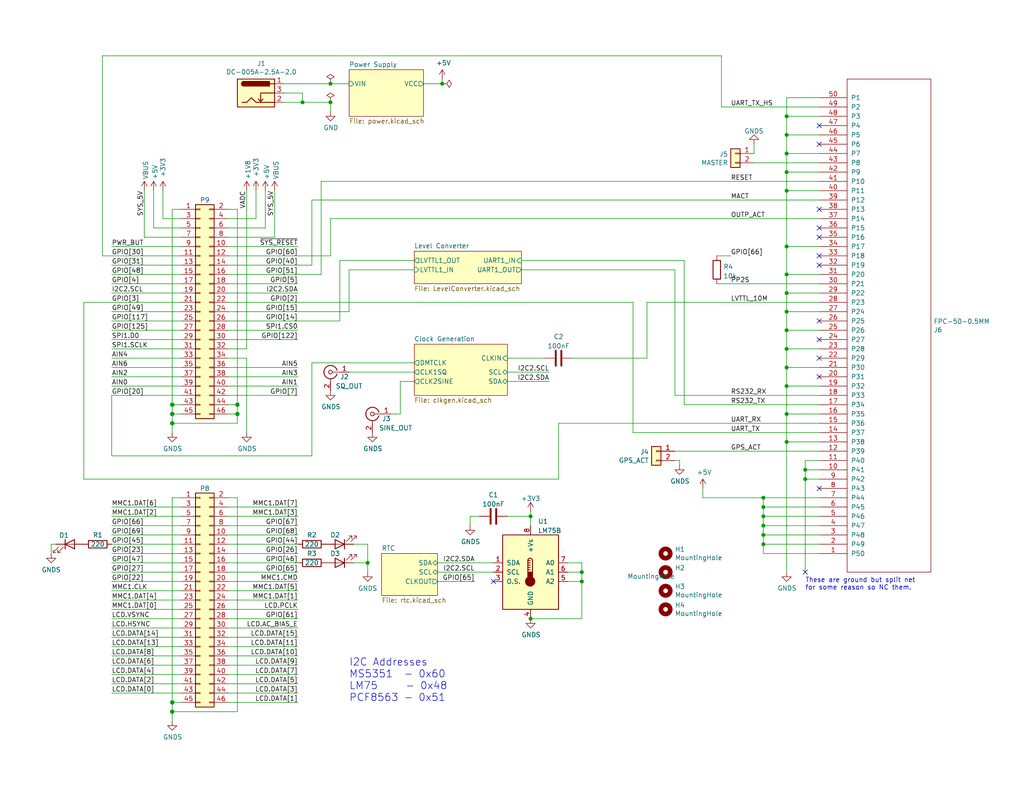
<source format=kicad_sch>
(kicad_sch (version 20211123) (generator eeschema)
  (paper "USLetter")
  (title_block (title "UCCM+BBB Carrier") (date "2022-10-07") (rev "1") (company "VE7XEN"))
  (lib_symbols
    (symbol "Connector:Barrel_Jack_Switch" (pin_names hide)
      (property "Reference" "J" (at 0 5.334 0))
      (property "Value" "Barrel_Jack_Switch" (at 0 -5.08 0))
      (symbol "Barrel_Jack_Switch_0_1"
        (rectangle (start -5.08 3.81) (end 5.08 -3.81) (stroke (width 0.254)) (fill (type background)))
        (arc (start -3.302 3.175) (mid -3.937 2.54) (end -3.302 1.905) (stroke (width 0.254)))
        (arc (start -3.302 3.175) (mid -3.937 2.54) (end -3.302 1.905) (stroke (width 0.254)) (fill (type outline)))
        (polyline (pts (xy 1.27 -2.286) (xy 1.905 -1.651)) (stroke (width 0.254)))
        (polyline (pts (xy 5.08 2.54) (xy 3.81 2.54)) (stroke (width 0.254)))
        (polyline (pts (xy 5.08 0) (xy 1.27 0) (xy 1.27 -2.286) (xy 0.635 -1.651)) (stroke (width 0.254)))
        (polyline (pts (xy -3.81 -2.54) (xy -2.54 -2.54) (xy -1.27 -1.27) (xy 0 -2.54) (xy 2.54 -2.54) (xy 5.08 -2.54)) (stroke (width 0.254)))
        (rectangle (start 3.683 3.175) (end -3.302 1.905) (stroke (width 0.254)) (fill (type outline)))
      )
      (symbol "Barrel_Jack_Switch_1_1"
        (pin passive line (at 7.62 2.54 180) (length 2.54) (name "~") (number "1"))
        (pin passive line (at 7.62 -2.54 180) (length 2.54) (name "~") (number "2"))
        (pin passive line (at 7.62 0 180) (length 2.54) (name "~") (number "3"))
      )
    )
    (symbol "Connector:Conn_Coaxial" (pin_names (offset 1.016) hide)
      (property "Reference" "J" (at 0.254 3.048 0))
      (property "Value" "Conn_Coaxial" (at 2.921 0 90))
      (symbol "Conn_Coaxial_0_1"
        (arc (start -1.778 -0.508) (mid 0.2311 -1.8066) (end 1.778 0) (stroke (width 0.254)))
        (polyline (pts (xy -2.54 0) (xy -0.508 0)))
        (polyline (pts (xy 0 -2.54) (xy 0 -1.778)))
        (circle (center 0 0) (radius 0.508) (stroke (width 0.2032)))
        (arc (start 1.778 0) (mid 0.2099 1.8101) (end -1.778 0.508) (stroke (width 0.254)))
      )
      (symbol "Conn_Coaxial_1_1"
        (pin passive line (at -5.08 0 0) (length 2.54) (name "In") (number "1"))
        (pin passive line (at 0 -5.08 90) (length 2.54) (name "Ext") (number "2"))
      )
    )
    (symbol "Connector_Generic:Conn_01x02" (pin_names (offset 1.016) hide)
      (property "Reference" "J" (at 0 2.54 0))
      (property "Value" "Conn_01x02" (at 0 -5.08 0))
      (symbol "Conn_01x02_1_1"
        (rectangle (start -1.27 -2.413) (end 0 -2.667) (stroke (width 0.1524)))
        (rectangle (start -1.27 0.127) (end 0 -0.127) (stroke (width 0.1524)))
        (rectangle (start -1.27 1.27) (end 1.27 -3.81) (stroke (width 0.254)) (fill (type background)))
        (pin passive line (at -5.08 0 0) (length 3.81) (name "Pin_1") (number "1"))
        (pin passive line (at -5.08 -2.54 0) (length 3.81) (name "Pin_2") (number "2"))
      )
    )
    (symbol "Connector_Generic:Conn_02x23_Odd_Even" (pin_names (offset 1.016) hide)
      (property "Reference" "J" (at 1.27 30.48 0))
      (property "Value" "Conn_02x23_Odd_Even" (at 1.27 -30.48 0))
      (symbol "Conn_02x23_Odd_Even_1_1"
        (rectangle (start -1.27 -27.813) (end 0 -28.067) (stroke (width 0.1524)))
        (rectangle (start -1.27 -25.273) (end 0 -25.527) (stroke (width 0.1524)))
        (rectangle (start -1.27 -22.733) (end 0 -22.987) (stroke (width 0.1524)))
        (rectangle (start -1.27 -20.193) (end 0 -20.447) (stroke (width 0.1524)))
        (rectangle (start -1.27 -17.653) (end 0 -17.907) (stroke (width 0.1524)))
        (rectangle (start -1.27 -15.113) (end 0 -15.367) (stroke (width 0.1524)))
        (rectangle (start -1.27 -12.573) (end 0 -12.827) (stroke (width 0.1524)))
        (rectangle (start -1.27 -10.033) (end 0 -10.287) (stroke (width 0.1524)))
        (rectangle (start -1.27 -7.493) (end 0 -7.747) (stroke (width 0.1524)))
        (rectangle (start -1.27 -4.953) (end 0 -5.207) (stroke (width 0.1524)))
        (rectangle (start -1.27 -2.413) (end 0 -2.667) (stroke (width 0.1524)))
        (rectangle (start -1.27 0.127) (end 0 -0.127) (stroke (width 0.1524)))
        (rectangle (start -1.27 2.667) (end 0 2.413) (stroke (width 0.1524)))
        (rectangle (start -1.27 5.207) (end 0 4.953) (stroke (width 0.1524)))
        (rectangle (start -1.27 7.747) (end 0 7.493) (stroke (width 0.1524)))
        (rectangle (start -1.27 10.287) (end 0 10.033) (stroke (width 0.1524)))
        (rectangle (start -1.27 12.827) (end 0 12.573) (stroke (width 0.1524)))
        (rectangle (start -1.27 15.367) (end 0 15.113) (stroke (width 0.1524)))
        (rectangle (start -1.27 17.907) (end 0 17.653) (stroke (width 0.1524)))
        (rectangle (start -1.27 20.447) (end 0 20.193) (stroke (width 0.1524)))
        (rectangle (start -1.27 22.987) (end 0 22.733) (stroke (width 0.1524)))
        (rectangle (start -1.27 25.527) (end 0 25.273) (stroke (width 0.1524)))
        (rectangle (start -1.27 28.067) (end 0 27.813) (stroke (width 0.1524)))
        (rectangle (start -1.27 29.21) (end 3.81 -29.21) (stroke (width 0.254)) (fill (type background)))
        (rectangle (start 3.81 -27.813) (end 2.54 -28.067) (stroke (width 0.1524)))
        (rectangle (start 3.81 -25.273) (end 2.54 -25.527) (stroke (width 0.1524)))
        (rectangle (start 3.81 -22.733) (end 2.54 -22.987) (stroke (width 0.1524)))
        (rectangle (start 3.81 -20.193) (end 2.54 -20.447) (stroke (width 0.1524)))
        (rectangle (start 3.81 -17.653) (end 2.54 -17.907) (stroke (width 0.1524)))
        (rectangle (start 3.81 -15.113) (end 2.54 -15.367) (stroke (width 0.1524)))
        (rectangle (start 3.81 -12.573) (end 2.54 -12.827) (stroke (width 0.1524)))
        (rectangle (start 3.81 -10.033) (end 2.54 -10.287) (stroke (width 0.1524)))
        (rectangle (start 3.81 -7.493) (end 2.54 -7.747) (stroke (width 0.1524)))
        (rectangle (start 3.81 -4.953) (end 2.54 -5.207) (stroke (width 0.1524)))
        (rectangle (start 3.81 -2.413) (end 2.54 -2.667) (stroke (width 0.1524)))
        (rectangle (start 3.81 0.127) (end 2.54 -0.127) (stroke (width 0.1524)))
        (rectangle (start 3.81 2.667) (end 2.54 2.413) (stroke (width 0.1524)))
        (rectangle (start 3.81 5.207) (end 2.54 4.953) (stroke (width 0.1524)))
        (rectangle (start 3.81 7.747) (end 2.54 7.493) (stroke (width 0.1524)))
        (rectangle (start 3.81 10.287) (end 2.54 10.033) (stroke (width 0.1524)))
        (rectangle (start 3.81 12.827) (end 2.54 12.573) (stroke (width 0.1524)))
        (rectangle (start 3.81 15.367) (end 2.54 15.113) (stroke (width 0.1524)))
        (rectangle (start 3.81 17.907) (end 2.54 17.653) (stroke (width 0.1524)))
        (rectangle (start 3.81 20.447) (end 2.54 20.193) (stroke (width 0.1524)))
        (rectangle (start 3.81 22.987) (end 2.54 22.733) (stroke (width 0.1524)))
        (rectangle (start 3.81 25.527) (end 2.54 25.273) (stroke (width 0.1524)))
        (rectangle (start 3.81 28.067) (end 2.54 27.813) (stroke (width 0.1524)))
        (pin passive line (at -5.08 27.94 0) (length 3.81) (name "Pin_1") (number "1"))
        (pin passive line (at 7.62 17.78 180) (length 3.81) (name "Pin_10") (number "10"))
        (pin passive line (at -5.08 15.24 0) (length 3.81) (name "Pin_11") (number "11"))
        (pin passive line (at 7.62 15.24 180) (length 3.81) (name "Pin_12") (number "12"))
        (pin passive line (at -5.08 12.7 0) (length 3.81) (name "Pin_13") (number "13"))
        (pin passive line (at 7.62 12.7 180) (length 3.81) (name "Pin_14") (number "14"))
        (pin passive line (at -5.08 10.16 0) (length 3.81) (name "Pin_15") (number "15"))
        (pin passive line (at 7.62 10.16 180) (length 3.81) (name "Pin_16") (number "16"))
        (pin passive line (at -5.08 7.62 0) (length 3.81) (name "Pin_17") (number "17"))
        (pin passive line (at 7.62 7.62 180) (length 3.81) (name "Pin_18") (number "18"))
        (pin passive line (at -5.08 5.08 0) (length 3.81) (name "Pin_19") (number "19"))
        (pin passive line (at 7.62 27.94 180) (length 3.81) (name "Pin_2") (number "2"))
        (pin passive line (at 7.62 5.08 180) (length 3.81) (name "Pin_20") (number "20"))
        (pin passive line (at -5.08 2.54 0) (length 3.81) (name "Pin_21") (number "21"))
        (pin passive line (at 7.62 2.54 180) (length 3.81) (name "Pin_22") (number "22"))
        (pin passive line (at -5.08 0 0) (length 3.81) (name "Pin_23") (number "23"))
        (pin passive line (at 7.62 0 180) (length 3.81) (name "Pin_24") (number "24"))
        (pin passive line (at -5.08 -2.54 0) (length 3.81) (name "Pin_25") (number "25"))
        (pin passive line (at 7.62 -2.54 180) (length 3.81) (name "Pin_26") (number "26"))
        (pin passive line (at -5.08 -5.08 0) (length 3.81) (name "Pin_27") (number "27"))
        (pin passive line (at 7.62 -5.08 180) (length 3.81) (name "Pin_28") (number "28"))
        (pin passive line (at -5.08 -7.62 0) (length 3.81) (name "Pin_29") (number "29"))
        (pin passive line (at -5.08 25.4 0) (length 3.81) (name "Pin_3") (number "3"))
        (pin passive line (at 7.62 -7.62 180) (length 3.81) (name "Pin_30") (number "30"))
        (pin passive line (at -5.08 -10.16 0) (length 3.81) (name "Pin_31") (number "31"))
        (pin passive line (at 7.62 -10.16 180) (length 3.81) (name "Pin_32") (number "32"))
        (pin passive line (at -5.08 -12.7 0) (length 3.81) (name "Pin_33") (number "33"))
        (pin passive line (at 7.62 -12.7 180) (length 3.81) (name "Pin_34") (number "34"))
        (pin passive line (at -5.08 -15.24 0) (length 3.81) (name "Pin_35") (number "35"))
        (pin passive line (at 7.62 -15.24 180) (length 3.81) (name "Pin_36") (number "36"))
        (pin passive line (at -5.08 -17.78 0) (length 3.81) (name "Pin_37") (number "37"))
        (pin passive line (at 7.62 -17.78 180) (length 3.81) (name "Pin_38") (number "38"))
        (pin passive line (at -5.08 -20.32 0) (length 3.81) (name "Pin_39") (number "39"))
        (pin passive line (at 7.62 25.4 180) (length 3.81) (name "Pin_4") (number "4"))
        (pin passive line (at 7.62 -20.32 180) (length 3.81) (name "Pin_40") (number "40"))
        (pin passive line (at -5.08 -22.86 0) (length 3.81) (name "Pin_41") (number "41"))
        (pin passive line (at 7.62 -22.86 180) (length 3.81) (name "Pin_42") (number "42"))
        (pin passive line (at -5.08 -25.4 0) (length 3.81) (name "Pin_43") (number "43"))
        (pin passive line (at 7.62 -25.4 180) (length 3.81) (name "Pin_44") (number "44"))
        (pin passive line (at -5.08 -27.94 0) (length 3.81) (name "Pin_45") (number "45"))
        (pin passive line (at 7.62 -27.94 180) (length 3.81) (name "Pin_46") (number "46"))
        (pin passive line (at -5.08 22.86 0) (length 3.81) (name "Pin_5") (number "5"))
        (pin passive line (at 7.62 22.86 180) (length 3.81) (name "Pin_6") (number "6"))
        (pin passive line (at -5.08 20.32 0) (length 3.81) (name "Pin_7") (number "7"))
        (pin passive line (at 7.62 20.32 180) (length 3.81) (name "Pin_8") (number "8"))
        (pin passive line (at -5.08 17.78 0) (length 3.81) (name "Pin_9") (number "9"))
      )
    )
    (symbol "Device:C" (pin_numbers hide) (pin_names (offset 0.254))
      (property "Reference" "C" (at 0.635 2.54 0))
      (property "Value" "C" (at 0.635 -2.54 0))
      (symbol "C_0_1"
        (polyline (pts (xy -2.032 -0.762) (xy 2.032 -0.762)) (stroke (width 0.508)))
        (polyline (pts (xy -2.032 0.762) (xy 2.032 0.762)) (stroke (width 0.508)))
      )
      (symbol "C_1_1"
        (pin passive line (at 0 3.81 270) (length 2.794) (name "~") (number "1"))
        (pin passive line (at 0 -3.81 90) (length 2.794) (name "~") (number "2"))
      )
    )
    (symbol "Device:LED" (pin_numbers hide) (pin_names (offset 1.016) hide)
      (property "Reference" "D" (at 0 2.54 0))
      (property "Value" "LED" (at 0 -2.54 0))
      (symbol "LED_0_1"
        (polyline (pts (xy -1.27 -1.27) (xy -1.27 1.27)) (stroke (width 0.254)))
        (polyline (pts (xy -1.27 0) (xy 1.27 0)))
        (polyline (pts (xy 1.27 -1.27) (xy 1.27 1.27) (xy -1.27 0) (xy 1.27 -1.27)) (stroke (width 0.254)))
        (polyline (pts (xy -3.048 -0.762) (xy -4.572 -2.286) (xy -3.81 -2.286) (xy -4.572 -2.286) (xy -4.572 -1.524)))
        (polyline (pts (xy -1.778 -0.762) (xy -3.302 -2.286) (xy -2.54 -2.286) (xy -3.302 -2.286) (xy -3.302 -1.524)))
      )
      (symbol "LED_1_1"
        (pin passive line (at -3.81 0 0) (length 2.54) (name "K") (number "1"))
        (pin passive line (at 3.81 0 180) (length 2.54) (name "A") (number "2"))
      )
    )
    (symbol "Device:R" (pin_numbers hide) (pin_names (offset 0))
      (property "Reference" "R" (at 2.032 0 90))
      (property "Value" "R" (at 0 0 90))
      (symbol "R_0_1"
        (rectangle (start -1.016 -2.54) (end 1.016 2.54) (stroke (width 0.254)))
      )
      (symbol "R_1_1"
        (pin passive line (at 0 3.81 270) (length 1.27) (name "~") (number "1"))
        (pin passive line (at 0 -3.81 90) (length 1.27) (name "~") (number "2"))
      )
    )
    (symbol "FPC-50-0.5MM:FPC-50-0.5MM" (pin_names (offset 1.016))
      (property "Reference" "J" (at 0 -2.54 0))
      (property "Value" "FPC-50-0.5MM" (at 0 2.54 0))
      (symbol "FPC-50-0.5MM_1_0"
        (rectangle (start -11.43 -67.31) (end 11.43 67.31))
      )
      (symbol "FPC-50-0.5MM_1_1"
        (pin passive line (at -19.05 62.23 0) (length 7.62) (name "P50") (number "1"))
        (pin passive line (at -19.05 39.37 0) (length 7.62) (name "P41") (number "10"))
        (pin passive line (at -19.05 36.83 0) (length 7.62) (name "P40") (number "11"))
        (pin passive line (at -19.05 34.29 0) (length 7.62) (name "P39") (number "12"))
        (pin passive line (at -19.05 31.75 0) (length 7.62) (name "P38") (number "13"))
        (pin passive line (at -19.05 29.21 0) (length 7.62) (name "P37") (number "14"))
        (pin passive line (at -19.05 26.67 0) (length 7.62) (name "P36") (number "15"))
        (pin passive line (at -19.05 24.13 0) (length 7.62) (name "P35") (number "16"))
        (pin passive line (at -19.05 21.59 0) (length 7.62) (name "P34") (number "17"))
        (pin passive line (at -19.05 19.05 0) (length 7.62) (name "P33") (number "18"))
        (pin passive line (at -19.05 16.51 0) (length 7.62) (name "P32") (number "19"))
        (pin passive line (at -19.05 59.69 0) (length 7.62) (name "P49") (number "2"))
        (pin passive line (at -19.05 13.97 0) (length 7.62) (name "P31") (number "20"))
        (pin passive line (at -19.05 11.43 0) (length 7.62) (name "P30") (number "21"))
        (pin passive line (at -19.05 8.89 0) (length 7.62) (name "P29") (number "22"))
        (pin passive line (at -19.05 6.35 0) (length 7.62) (name "P28") (number "23"))
        (pin passive line (at -19.05 3.81 0) (length 7.62) (name "P27") (number "24"))
        (pin passive line (at -19.05 1.27 0) (length 7.62) (name "P26") (number "25"))
        (pin passive line (at -19.05 -1.27 0) (length 7.62) (name "P25") (number "26"))
        (pin passive line (at -19.05 -3.81 0) (length 7.62) (name "P24") (number "27"))
        (pin passive line (at -19.05 -6.35 0) (length 7.62) (name "P23") (number "28"))
        (pin passive line (at -19.05 -8.89 0) (length 7.62) (name "P22") (number "29"))
        (pin passive line (at -19.05 57.15 0) (length 7.62) (name "P48") (number "3"))
        (pin passive line (at -19.05 -11.43 0) (length 7.62) (name "P21") (number "30"))
        (pin passive line (at -19.05 -13.97 0) (length 7.62) (name "P20") (number "31"))
        (pin passive line (at -19.05 -16.51 0) (length 7.62) (name "P19") (number "32"))
        (pin passive line (at -19.05 -19.05 0) (length 7.62) (name "P18") (number "33"))
        (pin passive line (at -19.05 -21.59 0) (length 7.62) (name "P17") (number "34"))
        (pin passive line (at -19.05 -24.13 0) (length 7.62) (name "P16") (number "35"))
        (pin passive line (at -19.05 -26.67 0) (length 7.62) (name "P15") (number "36"))
        (pin passive line (at -19.05 -29.21 0) (length 7.62) (name "P14") (number "37"))
        (pin passive line (at -19.05 -31.75 0) (length 7.62) (name "P13") (number "38"))
        (pin passive line (at -19.05 -34.29 0) (length 7.62) (name "P12") (number "39"))
        (pin passive line (at -19.05 54.61 0) (length 7.62) (name "P47") (number "4"))
        (pin passive line (at -19.05 -36.83 0) (length 7.62) (name "P11") (number "40"))
        (pin passive line (at -19.05 -39.37 0) (length 7.62) (name "P10") (number "41"))
        (pin passive line (at -19.05 -41.91 0) (length 7.62) (name "P9") (number "42"))
        (pin passive line (at -19.05 -44.45 0) (length 7.62) (name "P8") (number "43"))
        (pin passive line (at -19.05 -46.99 0) (length 7.62) (name "P7") (number "44"))
        (pin passive line (at -19.05 -49.53 0) (length 7.62) (name "P6") (number "45"))
        (pin passive line (at -19.05 -52.07 0) (length 7.62) (name "P5") (number "46"))
        (pin passive line (at -19.05 -54.61 0) (length 7.62) (name "P4") (number "47"))
        (pin passive line (at -19.05 -57.15 0) (length 7.62) (name "P3") (number "48"))
        (pin passive line (at -19.05 -59.69 0) (length 7.62) (name "P2") (number "49"))
        (pin passive line (at -19.05 52.07 0) (length 7.62) (name "P46") (number "5"))
        (pin passive line (at -19.05 -62.23 0) (length 7.62) (name "P1") (number "50"))
        (pin passive line (at -19.05 49.53 0) (length 7.62) (name "P45") (number "6"))
        (pin passive line (at -19.05 46.99 0) (length 7.62) (name "P44") (number "7"))
        (pin passive line (at -19.05 44.45 0) (length 7.62) (name "P43") (number "8"))
        (pin passive line (at -19.05 41.91 0) (length 7.62) (name "P42") (number "9"))
      )
    )
    (symbol "Mechanical:MountingHole" (pin_names (offset 1.016))
      (property "Reference" "H" (at 0 5.08 0))
      (property "Value" "MountingHole" (at 0 3.175 0))
      (symbol "MountingHole_0_1"
        (circle (center 0 0) (radius 1.27) (stroke (width 1.27)))
      )
    )
    (symbol "Sensor_Temperature:LM75B" (pin_names (offset 1.016))
      (property "Reference" "U" (at -6.35 11.43 0))
      (property "Value" "LM75B" (at 0 11.43 0))
      (symbol "LM75B_0_1"
        (rectangle (start -7.62 10.16) (end 7.62 -10.16) (stroke (width 0.254)) (fill (type background)))
        (circle (center -0.127 -2.54) (radius 1.27) (stroke (width 0.254)) (fill (type outline)))
        (polyline (pts (xy -0.762 0.635) (xy -0.127 0.635)) (stroke (width 0.254)))
        (polyline (pts (xy -0.762 1.27) (xy -0.127 1.27)) (stroke (width 0.254)))
        (polyline (pts (xy -0.762 1.905) (xy -0.127 1.905)) (stroke (width 0.254)))
        (polyline (pts (xy -0.762 2.54) (xy -0.127 2.54)) (stroke (width 0.254)))
        (polyline (pts (xy -0.762 3.175) (xy -0.762 0)) (stroke (width 0.254)))
        (polyline (pts (xy -0.762 3.175) (xy -0.127 3.175)) (stroke (width 0.254)))
        (polyline (pts (xy 0.508 3.175) (xy 0.508 0)) (stroke (width 0.254)))
        (rectangle (start 0.508 -1.905) (end -0.762 0) (stroke (width 0.254)) (fill (type outline)))
        (arc (start 0.508 3.175) (mid -0.127 3.81) (end -0.762 3.175) (stroke (width 0.254)))
      )
      (symbol "LM75B_1_1"
        (pin bidirectional line (at -10.16 2.54 0) (length 2.54) (name "SDA") (number "1"))
        (pin input line (at -10.16 0 0) (length 2.54) (name "SCL") (number "2"))
        (pin open_collector line (at -10.16 -2.54 0) (length 2.54) (name "O.S.") (number "3"))
        (pin power_in line (at 0 -12.7 90) (length 2.54) (name "GND") (number "4"))
        (pin input line (at 10.16 -2.54 180) (length 2.54) (name "A2") (number "5"))
        (pin input line (at 10.16 0 180) (length 2.54) (name "A1") (number "6"))
        (pin input line (at 10.16 2.54 180) (length 2.54) (name "A0") (number "7"))
        (pin power_in line (at 0 12.7 270) (length 2.54) (name "+Vs") (number "8"))
      )
    )
    (symbol "power:+1V8" (power) (pin_names (offset 0))
      (property "Value" "+1V8" (at 0 3.556 0))
      (symbol "+1V8_0_1"
        (polyline (pts (xy -0.762 1.27) (xy 0 2.54)))
        (polyline (pts (xy 0 0) (xy 0 2.54)))
        (polyline (pts (xy 0 2.54) (xy 0.762 1.27)))
      )
      (symbol "+1V8_1_1"
        (pin power_in line (at 0 0 90) (length 0) hide (name "+1V8") (number "1"))
      )
    )
    (symbol "power:+3V3" (power) (pin_names (offset 0))
      (property "Value" "+3V3" (at 0 3.556 0))
      (symbol "+3V3_0_1"
        (polyline (pts (xy -0.762 1.27) (xy 0 2.54)))
        (polyline (pts (xy 0 0) (xy 0 2.54)))
        (polyline (pts (xy 0 2.54) (xy 0.762 1.27)))
      )
      (symbol "+3V3_1_1"
        (pin power_in line (at 0 0 90) (length 0) hide (name "+3V3") (number "1"))
      )
    )
    (symbol "power:+5V" (power) (pin_names (offset 0))
      (property "Value" "+5V" (at 0 3.556 0))
      (symbol "+5V_0_1"
        (polyline (pts (xy -0.762 1.27) (xy 0 2.54)))
        (polyline (pts (xy 0 0) (xy 0 2.54)))
        (polyline (pts (xy 0 2.54) (xy 0.762 1.27)))
      )
      (symbol "+5V_1_1"
        (pin power_in line (at 0 0 90) (length 0) hide (name "+5V") (number "1"))
      )
    )
    (symbol "power:GND" (power) (pin_names (offset 0))
      (property "Value" "GND" (at 0 -3.81 0))
      (symbol "GND_0_1"
        (polyline (pts (xy 0 0) (xy 0 -1.27) (xy 1.27 -1.27) (xy 0 -2.54) (xy -1.27 -1.27) (xy 0 -1.27)))
      )
      (symbol "GND_1_1"
        (pin power_in line (at 0 0 270) (length 0) hide (name "GND") (number "1"))
      )
    )
    (symbol "power:GNDS" (power) (pin_names (offset 0))
      (property "Value" "GNDS" (at 0 -3.81 0))
      (symbol "GNDS_0_1"
        (polyline (pts (xy 0 0) (xy 0 -1.27) (xy 1.27 -1.27) (xy 0 -2.54) (xy -1.27 -1.27) (xy 0 -1.27)))
      )
      (symbol "GNDS_1_1"
        (pin power_in line (at 0 0 270) (length 0) hide (name "GNDS") (number "1"))
      )
    )
    (symbol "power:PWR_FLAG" (power) (pin_numbers hide) (pin_names (offset 0) hide)
      (property "Value" "PWR_FLAG" (at 0 3.81 0))
      (symbol "PWR_FLAG_0_0"
        (pin power_out line (at 0 0 90) (length 0) (name "pwr") (number "1"))
      )
      (symbol "PWR_FLAG_0_1"
        (polyline (pts (xy 0 0) (xy 0 1.27) (xy -1.016 1.905) (xy 0 2.54) (xy 1.016 1.905) (xy 0 1.27)))
      )
    )
    (symbol "power:VBUS" (power) (pin_names (offset 0))
      (property "Value" "VBUS" (at 0 3.81 0))
      (symbol "VBUS_0_1"
        (polyline (pts (xy -0.762 1.27) (xy 0 2.54)))
        (polyline (pts (xy 0 0) (xy 0 2.54)))
        (polyline (pts (xy 0 2.54) (xy 0.762 1.27)))
      )
      (symbol "VBUS_1_1"
        (pin power_in line (at 0 0 90) (length 0) hide (name "VBUS") (number "1"))
      )
    )
  )
  (junction (at 46.99 110.49) (diameter 1.016))
  (junction (at 90.17 22.86))
  (junction (at 208.28 140.97))
  (junction (at 144.78 140.97))
  (junction (at 214.63 120.65))
  (junction (at 214.63 105.41))
  (junction (at 214.63 95.25))
  (junction (at 158.75 156.21))
  (junction (at 46.99 191.77) (diameter 1.016))
  (junction (at 64.77 113.03) (diameter 1.016))
  (junction (at 214.63 67.31))
  (junction (at 46.99 115.57) (diameter 1.016))
  (junction (at 214.63 41.91))
  (junction (at 214.63 85.09))
  (junction (at 214.63 90.17))
  (junction (at 208.28 148.59))
  (junction (at 158.75 158.75))
  (junction (at 219.71 130.81))
  (junction (at 208.28 138.43))
  (junction (at 46.99 113.03) (diameter 1.016))
  (junction (at 208.28 135.89))
  (junction (at 214.63 36.83))
  (junction (at 214.63 46.99))
  (junction (at 46.99 194.31) (diameter 1.016))
  (junction (at 64.77 110.49) (diameter 1.016))
  (junction (at 208.28 143.51))
  (junction (at 90.17 27.94))
  (junction (at 214.63 80.01))
  (junction (at 219.71 128.27))
  (junction (at 214.63 31.75))
  (junction (at 82.55 27.94))
  (junction (at 214.63 74.93))
  (junction (at 214.63 100.33))
  (junction (at 144.78 168.91))
  (junction (at 100.33 153.67))
  (junction (at 214.63 52.07))
  (junction (at 214.63 113.03))
  (junction (at 120.65 22.86))
  (junction (at 208.28 146.05))
  (no_connect (at 219.71 156.21))
  (no_connect (at 223.52 64.77))
  (no_connect (at 223.52 57.15))
  (no_connect (at 223.52 72.39))
  (no_connect (at 134.62 158.75))
  (no_connect (at 223.52 69.85))
  (no_connect (at 223.52 34.29))
  (no_connect (at 223.52 62.23))
  (no_connect (at 223.52 92.71))
  (no_connect (at 223.52 133.35))
  (no_connect (at 223.52 97.79))
  (no_connect (at 223.52 87.63))
  (no_connect (at 223.52 39.37))
  (no_connect (at 223.52 102.87))
  (wire (pts (xy 62.23 110.49) (xy 64.77 110.49)))
  (wire (pts (xy 152.4 115.57) (xy 223.52 115.57)))
  (wire (pts (xy 119.38 153.67) (xy 134.62 153.67)))
  (wire (pts (xy 49.53 59.69) (xy 44.45 59.69)))
  (wire (pts (xy 214.63 26.67) (xy 214.63 31.75)))
  (wire (pts (xy 195.58 69.85) (xy 199.39 69.85)))
  (wire (pts (xy 49.53 57.15) (xy 46.99 57.15)))
  (wire (pts (xy 30.48 138.43) (xy 49.53 138.43)))
  (wire (pts (xy 223.52 31.75) (xy 214.63 31.75)))
  (wire (pts (xy 154.94 153.67) (xy 158.75 153.67)))
  (wire (pts (xy 219.71 130.81) (xy 219.71 156.21)))
  (wire (pts (xy 214.63 100.33) (xy 214.63 105.41)))
  (wire (pts (xy 41.91 62.23) (xy 41.91 52.07)))
  (wire (pts (xy 196.85 29.21) (xy 223.52 29.21)))
  (wire (pts (xy 30.48 166.37) (xy 49.53 166.37)))
  (wire (pts (xy 30.48 161.29) (xy 49.53 161.29)))
  (wire (pts (xy 214.63 90.17) (xy 214.63 95.25)))
  (wire (pts (xy 154.94 156.21) (xy 158.75 156.21)))
  (wire (pts (xy 30.48 143.51) (xy 49.53 143.51)))
  (wire (pts (xy 62.23 72.39) (xy 85.09 72.39)))
  (wire (pts (xy 95.25 73.66) (xy 113.03 73.66)))
  (wire (pts (xy 223.52 52.07) (xy 214.63 52.07)))
  (wire (pts (xy 44.45 59.69) (xy 44.45 52.07)))
  (wire (pts (xy 30.48 87.63) (xy 49.53 87.63)))
  (wire (pts (xy 30.48 168.91) (xy 49.53 168.91)))
  (wire (pts (xy 62.23 105.41) (xy 81.28 105.41)))
  (wire (pts (xy 30.48 97.79) (xy 49.53 97.79)))
  (wire (pts (xy 214.63 31.75) (xy 214.63 36.83)))
  (wire (pts (xy 138.43 140.97) (xy 144.78 140.97)))
  (wire (pts (xy 158.75 158.75) (xy 158.75 168.91)))
  (wire (pts (xy 223.52 135.89) (xy 208.28 135.89)))
  (wire (pts (xy 208.28 135.89) (xy 208.28 138.43)))
  (wire (pts (xy 184.15 125.73) (xy 185.42 125.73)))
  (wire (pts (xy 62.23 143.51) (xy 81.28 143.51)))
  (wire (pts (xy 30.48 146.05) (xy 49.53 146.05)))
  (wire (pts (xy 138.43 104.14) (xy 149.86 104.14)))
  (wire (pts (xy 214.63 74.93) (xy 214.63 80.01)))
  (wire (pts (xy 30.48 107.95) (xy 49.53 107.95)))
  (wire (pts (xy 62.23 163.83) (xy 81.28 163.83)))
  (wire (pts (xy 30.48 181.61) (xy 49.53 181.61)))
  (wire (pts (xy 30.48 153.67) (xy 49.53 153.67)))
  (wire (pts (xy 30.48 67.31) (xy 49.53 67.31)))
  (wire (pts (xy 219.71 125.73) (xy 219.71 128.27)))
  (wire (pts (xy 176.53 97.79) (xy 176.53 82.55)))
  (wire (pts (xy 186.69 71.12) (xy 186.69 110.49)))
  (wire (pts (xy 27.94 69.85) (xy 49.53 69.85)))
  (wire (pts (xy 205.74 39.37) (xy 205.74 41.91)))
  (wire (pts (xy 49.53 191.77) (xy 46.99 191.77)))
  (wire (pts (xy 62.23 67.31) (xy 81.28 67.31)))
  (wire (pts (xy 156.21 97.79) (xy 176.53 97.79)))
  (wire (pts (xy 158.75 153.67) (xy 158.75 156.21)))
  (wire (pts (xy 62.23 87.63) (xy 92.71 87.63)))
  (wire (pts (xy 30.48 72.39) (xy 49.53 72.39)))
  (wire (pts (xy 62.23 77.47) (xy 81.28 77.47)))
  (wire (pts (xy 87.63 49.53) (xy 223.52 49.53)))
  (wire (pts (xy 64.77 57.15) (xy 64.77 110.49)))
  (wire (pts (xy 214.63 120.65) (xy 214.63 156.21)))
  (wire (pts (xy 62.23 140.97) (xy 81.28 140.97)))
  (wire (pts (xy 109.22 104.14) (xy 113.03 104.14)))
  (wire (pts (xy 119.38 156.21) (xy 134.62 156.21)))
  (wire (pts (xy 223.52 74.93) (xy 214.63 74.93)))
  (wire (pts (xy 30.48 92.71) (xy 49.53 92.71)))
  (wire (pts (xy 30.48 95.25) (xy 49.53 95.25)))
  (wire (pts (xy 128.27 140.97) (xy 130.81 140.97)))
  (wire (pts (xy 208.28 146.05) (xy 223.52 146.05)))
  (wire (pts (xy 214.63 67.31) (xy 214.63 74.93)))
  (wire (pts (xy 95.25 101.6) (xy 113.03 101.6)))
  (wire (pts (xy 205.74 44.45) (xy 223.52 44.45)))
  (wire (pts (xy 223.52 36.83) (xy 214.63 36.83)))
  (wire (pts (xy 223.52 26.67) (xy 214.63 26.67)))
  (wire (pts (xy 158.75 156.21) (xy 158.75 158.75)))
  (wire (pts (xy 214.63 113.03) (xy 214.63 120.65)))
  (wire (pts (xy 223.52 46.99) (xy 214.63 46.99)))
  (wire (pts (xy 30.48 189.23) (xy 49.53 189.23)))
  (wire (pts (xy 62.23 158.75) (xy 81.28 158.75)))
  (wire (pts (xy 62.23 184.15) (xy 81.28 184.15)))
  (wire (pts (xy 46.99 194.31) (xy 46.99 196.85)))
  (wire (pts (xy 62.23 153.67) (xy 81.28 153.67)))
  (wire (pts (xy 223.52 120.65) (xy 214.63 120.65)))
  (wire (pts (xy 208.28 138.43) (xy 208.28 140.97)))
  (wire (pts (xy 219.71 128.27) (xy 219.71 130.81)))
  (wire (pts (xy 62.23 156.21) (xy 81.28 156.21)))
  (wire (pts (xy 62.23 166.37) (xy 81.28 166.37)))
  (wire (pts (xy 62.23 69.85) (xy 90.17 69.85)))
  (wire (pts (xy 85.09 54.61) (xy 223.52 54.61)))
  (wire (pts (xy 30.48 158.75) (xy 49.53 158.75)))
  (wire (pts (xy 90.17 27.94) (xy 90.17 30.48)))
  (wire (pts (xy 109.22 113.03) (xy 109.22 104.14)))
  (wire (pts (xy 30.48 74.93) (xy 49.53 74.93)))
  (wire (pts (xy 30.48 156.21) (xy 49.53 156.21)))
  (wire (pts (xy 208.28 151.13) (xy 223.52 151.13)))
  (wire (pts (xy 172.72 118.11) (xy 223.52 118.11)))
  (wire (pts (xy 67.31 52.07) (xy 67.31 95.25)))
  (wire (pts (xy 95.25 22.86) (xy 90.17 22.86)))
  (wire (pts (xy 39.37 64.77) (xy 39.37 52.07)))
  (wire (pts (xy 208.28 146.05) (xy 208.28 148.59)))
  (wire (pts (xy 27.94 69.85) (xy 27.94 15.24)))
  (wire (pts (xy 30.48 107.95) (xy 30.48 124.46)))
  (wire (pts (xy 30.48 186.69) (xy 49.53 186.69)))
  (wire (pts (xy 115.57 22.86) (xy 120.65 22.86)))
  (wire (pts (xy 46.99 115.57) (xy 46.99 113.03)))
  (wire (pts (xy 82.55 25.4) (xy 82.55 27.94)))
  (wire (pts (xy 95.25 73.66) (xy 95.25 85.09)))
  (wire (pts (xy 96.52 148.59) (xy 100.33 148.59)))
  (wire (pts (xy 77.47 25.4) (xy 82.55 25.4)))
  (wire (pts (xy 30.48 171.45) (xy 49.53 171.45)))
  (wire (pts (xy 15.24 148.59) (xy 13.97 148.59)))
  (wire (pts (xy 214.63 52.07) (xy 214.63 67.31)))
  (wire (pts (xy 184.15 107.95) (xy 223.52 107.95)))
  (wire (pts (xy 186.69 110.49) (xy 223.52 110.49)))
  (wire (pts (xy 62.23 181.61) (xy 81.28 181.61)))
  (wire (pts (xy 46.99 57.15) (xy 46.99 110.49)))
  (wire (pts (xy 46.99 118.11) (xy 46.99 115.57)))
  (wire (pts (xy 90.17 69.85) (xy 90.17 59.69)))
  (wire (pts (xy 62.23 100.33) (xy 81.28 100.33)))
  (wire (pts (xy 62.23 176.53) (xy 81.28 176.53)))
  (wire (pts (xy 96.52 153.67) (xy 100.33 153.67)))
  (wire (pts (xy 90.17 22.86) (xy 77.47 22.86)))
  (wire (pts (xy 62.23 102.87) (xy 81.28 102.87)))
  (wire (pts (xy 120.65 21.59) (xy 120.65 22.86)))
  (wire (pts (xy 30.48 151.13) (xy 49.53 151.13)))
  (wire (pts (xy 30.48 184.15) (xy 49.53 184.15)))
  (wire (pts (xy 62.23 171.45) (xy 81.28 171.45)))
  (wire (pts (xy 223.52 85.09) (xy 214.63 85.09)))
  (wire (pts (xy 64.77 110.49) (xy 64.77 113.03)))
  (wire (pts (xy 62.23 173.99) (xy 81.28 173.99)))
  (wire (pts (xy 214.63 36.83) (xy 214.63 41.91)))
  (wire (pts (xy 208.28 143.51) (xy 223.52 143.51)))
  (wire (pts (xy 62.23 113.03) (xy 64.77 113.03)))
  (wire (pts (xy 214.63 85.09) (xy 214.63 90.17)))
  (wire (pts (xy 92.71 71.12) (xy 92.71 87.63)))
  (wire (pts (xy 22.86 82.55) (xy 49.53 82.55)))
  (wire (pts (xy 22.86 82.55) (xy 22.86 130.81)))
  (wire (pts (xy 62.23 80.01) (xy 81.28 80.01)))
  (wire (pts (xy 30.48 173.99) (xy 49.53 173.99)))
  (wire (pts (xy 62.23 191.77) (xy 81.28 191.77)))
  (wire (pts (xy 62.23 146.05) (xy 81.28 146.05)))
  (wire (pts (xy 62.23 189.23) (xy 81.28 189.23)))
  (wire (pts (xy 49.53 62.23) (xy 41.91 62.23)))
  (wire (pts (xy 223.52 125.73) (xy 219.71 125.73)))
  (wire (pts (xy 74.93 52.07) (xy 74.93 64.77)))
  (wire (pts (xy 184.15 123.19) (xy 223.52 123.19)))
  (wire (pts (xy 195.58 77.47) (xy 223.52 77.47)))
  (wire (pts (xy 62.23 138.43) (xy 81.28 138.43)))
  (wire (pts (xy 62.23 186.69) (xy 81.28 186.69)))
  (wire (pts (xy 62.23 135.89) (xy 64.77 135.89)))
  (wire (pts (xy 49.53 64.77) (xy 39.37 64.77)))
  (wire (pts (xy 46.99 113.03) (xy 46.99 110.49)))
  (wire (pts (xy 85.09 72.39) (xy 85.09 54.61)))
  (wire (pts (xy 30.48 80.01) (xy 49.53 80.01)))
  (wire (pts (xy 85.09 124.46) (xy 85.09 99.06)))
  (wire (pts (xy 191.77 135.89) (xy 208.28 135.89)))
  (wire (pts (xy 62.23 82.55) (xy 172.72 82.55)))
  (wire (pts (xy 46.99 115.57) (xy 64.77 115.57)))
  (wire (pts (xy 214.63 105.41) (xy 214.63 113.03)))
  (wire (pts (xy 208.28 148.59) (xy 223.52 148.59)))
  (wire (pts (xy 62.23 92.71) (xy 81.28 92.71)))
  (wire (pts (xy 62.23 161.29) (xy 81.28 161.29)))
  (wire (pts (xy 90.17 59.69) (xy 223.52 59.69)))
  (wire (pts (xy 64.77 113.03) (xy 64.77 115.57)))
  (wire (pts (xy 138.43 97.79) (xy 148.59 97.79)))
  (wire (pts (xy 62.23 57.15) (xy 64.77 57.15)))
  (wire (pts (xy 208.28 140.97) (xy 208.28 143.51)))
  (wire (pts (xy 142.24 73.66) (xy 184.15 73.66)))
  (wire (pts (xy 100.33 153.67) (xy 100.33 156.21)))
  (wire (pts (xy 138.43 101.6) (xy 149.86 101.6)))
  (wire (pts (xy 223.52 105.41) (xy 214.63 105.41)))
  (wire (pts (xy 46.99 110.49) (xy 49.53 110.49)))
  (wire (pts (xy 30.48 77.47) (xy 49.53 77.47)))
  (wire (pts (xy 176.53 82.55) (xy 223.52 82.55)))
  (wire (pts (xy 62.23 168.91) (xy 81.28 168.91)))
  (wire (pts (xy 30.48 179.07) (xy 49.53 179.07)))
  (wire (pts (xy 223.52 80.01) (xy 214.63 80.01)))
  (wire (pts (xy 85.09 99.06) (xy 113.03 99.06)))
  (wire (pts (xy 158.75 168.91) (xy 144.78 168.91)))
  (wire (pts (xy 62.23 107.95) (xy 81.28 107.95)))
  (wire (pts (xy 62.23 95.25) (xy 67.31 95.25)))
  (wire (pts (xy 82.55 27.94) (xy 77.47 27.94)))
  (wire (pts (xy 172.72 82.55) (xy 172.72 118.11)))
  (wire (pts (xy 214.63 41.91) (xy 214.63 46.99)))
  (wire (pts (xy 154.94 158.75) (xy 158.75 158.75)))
  (wire (pts (xy 62.23 90.17) (xy 81.28 90.17)))
  (wire (pts (xy 223.52 41.91) (xy 214.63 41.91)))
  (wire (pts (xy 87.63 74.93) (xy 87.63 49.53)))
  (wire (pts (xy 223.52 95.25) (xy 214.63 95.25)))
  (wire (pts (xy 62.23 85.09) (xy 95.25 85.09)))
  (wire (pts (xy 223.52 113.03) (xy 214.63 113.03)))
  (wire (pts (xy 69.85 59.69) (xy 69.85 52.07)))
  (wire (pts (xy 46.99 135.89) (xy 49.53 135.89)))
  (wire (pts (xy 208.28 143.51) (xy 208.28 146.05)))
  (wire (pts (xy 196.85 15.24) (xy 196.85 29.21)))
  (wire (pts (xy 62.23 74.93) (xy 87.63 74.93)))
  (wire (pts (xy 223.52 67.31) (xy 214.63 67.31)))
  (wire (pts (xy 62.23 179.07) (xy 81.28 179.07)))
  (wire (pts (xy 30.48 100.33) (xy 49.53 100.33)))
  (wire (pts (xy 13.97 148.59) (xy 13.97 151.13)))
  (wire (pts (xy 30.48 102.87) (xy 49.53 102.87)))
  (wire (pts (xy 62.23 151.13) (xy 81.28 151.13)))
  (wire (pts (xy 62.23 59.69) (xy 69.85 59.69)))
  (wire (pts (xy 152.4 130.81) (xy 152.4 115.57)))
  (wire (pts (xy 223.52 100.33) (xy 214.63 100.33)))
  (wire (pts (xy 191.77 133.35) (xy 191.77 135.89)))
  (wire (pts (xy 185.42 125.73) (xy 185.42 127)))
  (wire (pts (xy 106.68 113.03) (xy 109.22 113.03)))
  (wire (pts (xy 208.28 140.97) (xy 223.52 140.97)))
  (wire (pts (xy 46.99 191.77) (xy 46.99 194.31)))
  (wire (pts (xy 30.48 85.09) (xy 49.53 85.09)))
  (wire (pts (xy 208.28 148.59) (xy 208.28 151.13)))
  (wire (pts (xy 46.99 135.89) (xy 46.99 191.77)))
  (wire (pts (xy 30.48 105.41) (xy 49.53 105.41)))
  (wire (pts (xy 144.78 139.7) (xy 144.78 140.97)))
  (wire (pts (xy 144.78 140.97) (xy 144.78 143.51)))
  (wire (pts (xy 30.48 90.17) (xy 49.53 90.17)))
  (wire (pts (xy 46.99 194.31) (xy 64.77 194.31)))
  (wire (pts (xy 223.52 90.17) (xy 214.63 90.17)))
  (wire (pts (xy 27.94 15.24) (xy 196.85 15.24)))
  (wire (pts (xy 64.77 135.89) (xy 64.77 194.31)))
  (wire (pts (xy 184.15 73.66) (xy 184.15 107.95)))
  (wire (pts (xy 100.33 148.59) (xy 100.33 153.67)))
  (wire (pts (xy 223.52 128.27) (xy 219.71 128.27)))
  (wire (pts (xy 62.23 148.59) (xy 81.28 148.59)))
  (wire (pts (xy 223.52 130.81) (xy 219.71 130.81)))
  (wire (pts (xy 30.48 176.53) (xy 49.53 176.53)))
  (wire (pts (xy 30.48 163.83) (xy 49.53 163.83)))
  (wire (pts (xy 214.63 80.01) (xy 214.63 85.09)))
  (wire (pts (xy 62.23 64.77) (xy 74.93 64.77)))
  (wire (pts (xy 46.99 113.03) (xy 49.53 113.03)))
  (wire (pts (xy 214.63 46.99) (xy 214.63 52.07)))
  (wire (pts (xy 90.17 27.94) (xy 82.55 27.94)))
  (wire (pts (xy 92.71 71.12) (xy 113.03 71.12)))
  (wire (pts (xy 119.38 158.75) (xy 129.54 158.75)))
  (wire (pts (xy 30.48 124.46) (xy 85.09 124.46)))
  (wire (pts (xy 30.48 140.97) (xy 49.53 140.97)))
  (wire (pts (xy 30.48 148.59) (xy 49.53 148.59)))
  (wire (pts (xy 67.31 97.79) (xy 67.31 118.11)))
  (wire (pts (xy 142.24 71.12) (xy 186.69 71.12)))
  (wire (pts (xy 62.23 97.79) (xy 67.31 97.79)))
  (wire (pts (xy 72.39 62.23) (xy 72.39 52.07)))
  (wire (pts (xy 223.52 138.43) (xy 208.28 138.43)))
  (wire (pts (xy 128.27 143.51) (xy 128.27 140.97)))
  (wire (pts (xy 22.86 130.81) (xy 152.4 130.81)))
  (wire (pts (xy 62.23 62.23) (xy 72.39 62.23)))
  (wire (pts (xy 214.63 95.25) (xy 214.63 100.33)))
  (text "I2C Addresses\nMS5351  - 0x60\nLM75     - 0x48\nPCF8563 - 0x51" (at 95.25 191.77 0) (effects (font (size 2 2)) (justify left bottom)))
  (text "These are ground but split net\nfor some reason so NC them." (at 219.71 161.29 0) (effects (font (size 1.27 1.27)) (justify left bottom)))
  (label "GPIO[47]" (at 30.48 153.67 0))
  (label "UART_TX_HS" (at 199.39 29.21 0))
  (label "GPIO[68]" (at 81.28 146.05 180))
  (label "LCD.DATA[13]" (at 30.48 176.53 0))
  (label "MMC1.DAT[3]" (at 81.28 140.97 180))
  (label "GPIO[66]" (at 30.48 143.51 0))
  (label "GPIO[45]" (at 30.48 148.59 0))
  (label "GPIO[31]" (at 30.48 72.39 0))
  (label "SPI1.SCLK" (at 30.48 95.25 0))
  (label "AIN1" (at 81.28 105.41 180))
  (label "RS232_TX" (at 199.39 110.49 0))
  (label "UART_RX" (at 199.39 115.57 0))
  (label "AIN0" (at 30.48 105.41 0))
  (label "GPIO[125]" (at 30.48 90.17 0))
  (label "GPIO[69]" (at 30.48 146.05 0))
  (label "SYS_5V" (at 39.37 52.07 270))
  (label "AIN3" (at 81.28 102.87 180))
  (label "LCD.DATA[0]" (at 30.48 189.23 0))
  (label "MMC1.DAT[4]" (at 30.48 163.83 0))
  (label "LCD.PCLK" (at 81.28 166.37 180))
  (label "AIN2" (at 30.48 102.87 0))
  (label "LCD.DATA[11]" (at 81.28 176.53 180))
  (label "GPIO[7]" (at 81.28 107.95 180))
  (label "GPIO[51]" (at 81.28 74.93 180))
  (label "LCD.DATA[8]" (at 30.48 179.07 0))
  (label "RS232_RX" (at 199.39 107.95 0))
  (label "LCD.VSYNC" (at 30.48 168.91 0))
  (label "GPIO[122]" (at 81.28 92.71 180))
  (label "LCD.DATA[15]" (at 81.28 173.99 180))
  (label "SYS_5V" (at 74.93 52.07 270))
  (label "GPIO[60]" (at 81.28 69.85 180))
  (label "LCD.DATA[7]" (at 81.28 184.15 180))
  (label "AIN6" (at 30.48 100.33 0))
  (label "LCD.DATA[3]" (at 81.28 189.23 180))
  (label "MMC1.CMD" (at 81.28 158.75 180))
  (label "LCD.AC_BIAS_E" (at 81.28 171.45 180))
  (label "GPIO[61]" (at 81.28 168.91 180))
  (label "SPI1.CS0" (at 81.28 90.17 180))
  (label "AIN5" (at 81.28 100.33 180))
  (label "GPIO[66]" (at 199.39 69.85 0))
  (label "GPIO[5]" (at 81.28 77.47 180))
  (label "GPIO[4]" (at 30.48 77.47 0))
  (label "GPIO[23]" (at 30.48 151.13 0))
  (label "MACT" (at 199.39 54.61 0))
  (label "GPIO[40]" (at 81.28 72.39 180))
  (label "GPIO[44]" (at 81.28 148.59 180))
  (label "I2C2.SCL" (at 30.48 80.01 0))
  (label "MMC1.DAT[6]" (at 30.48 138.43 0))
  (label "GPIO[48]" (at 30.48 74.93 0))
  (label "MMC1.DAT[7]" (at 81.28 138.43 180))
  (label "AIN4" (at 30.48 97.79 0))
  (label "~{SYS_RESET}" (at 81.28 67.31 180))
  (label "RESET" (at 199.39 49.53 0))
  (label "GPIO[49]" (at 30.48 85.09 0))
  (label "GPIO[22]" (at 30.48 158.75 0))
  (label "GPIO[65]" (at 129.54 158.75 180))
  (label "GPIO[65]" (at 81.28 156.21 180))
  (label "GPIO[30]" (at 30.48 69.85 0))
  (label "GPIO[27]" (at 30.48 156.21 0))
  (label "LVTTL_10M" (at 199.39 82.55 0))
  (label "I2C2.SDA" (at 129.54 153.67 180))
  (label "MMC1.CLK" (at 30.48 161.29 0))
  (label "LCD.DATA[10]" (at 81.28 179.07 180))
  (label "I2C2.SDA" (at 149.86 104.14 180))
  (label "GPIO[3]" (at 30.48 82.55 0))
  (label "GPIO[46]" (at 81.28 153.67 180))
  (label "LCD.HSYNC" (at 30.48 171.45 0))
  (label "GPIO[67]" (at 81.28 143.51 180))
  (label "VADC" (at 67.31 52.07 270))
  (label "GPIO[26]" (at 81.28 151.13 180))
  (label "GPIO[117]" (at 30.48 87.63 0))
  (label "GPS_ACT" (at 199.39 123.19 0))
  (label "MMC1.DAT[2]" (at 30.48 140.97 0))
  (label "GPIO[2]" (at 81.28 82.55 180))
  (label "PWR_BUT" (at 30.48 67.31 0))
  (label "LCD.DATA[6]" (at 30.48 181.61 0))
  (label "LCD.DATA[9]" (at 81.28 181.61 180))
  (label "I2C2.SCL" (at 149.86 101.6 180))
  (label "LCD.DATA[2]" (at 30.48 186.69 0))
  (label "LCD.DATA[14]" (at 30.48 173.99 0))
  (label "MMC1.DAT[0]" (at 30.48 166.37 0))
  (label "GPIO[20]" (at 30.48 107.95 0))
  (label "I2C2.SCL" (at 129.54 156.21 180))
  (label "LCD.DATA[1]" (at 81.28 191.77 180))
  (label "SPI1.D0" (at 30.48 92.71 0))
  (label "MMC1.DAT[1]" (at 81.28 163.83 180))
  (label "LCD.DATA[4]" (at 30.48 184.15 0))
  (label "MMC1.DAT[5]" (at 81.28 161.29 180))
  (label "OUTP_ACT" (at 199.39 59.69 0))
  (label "GPIO[15]" (at 81.28 85.09 180))
  (label "PP2S" (at 199.39 77.47 0))
  (label "LCD.DATA[5]" (at 81.28 186.69 180))
  (label "GPIO[14]" (at 81.28 87.63 180))
  (label "UART_TX" (at 199.39 118.11 0))
  (label "I2C2.SDA" (at 81.28 80.01 180))
  (symbol (lib_id "FPC-50-0.5MM:FPC-50-0.5MM") (at 242.57 88.9 0) (mirror x) (unit 1)
    (property "Reference" "J6" (at 254.7112 90.0684 0) (effects (justify left)))
    (property "Value" "FPC-50-0.5MM" (at 254.7112 87.757 0) (effects (justify left)))
    (property "Footprint" "Connector_FFC-FPC:Hirose_FH12-50S-0.5SH_1x50-1MP_P0.50mm_Horizontal" (effects hide))
    (property "Datasheet" "DOCUMENTATION" (effects hide))
    (property "MPN" "FH12-50S-0.5SH(55)" (effects hide))
    (property "LCSC" "C202116" (effects hide))
  )
  (symbol (lib_id "power:+5V") (at 191.77 133.35 0) (unit 1)
    (property "Reference" "#PWR021" (effects hide))
    (property "Value" "+5V" (at 192.151 128.9558 0))
  )
  (symbol (lib_id "Connector:Barrel_Jack_Switch") (at 69.85 25.4 0) (unit 1)
    (property "Reference" "J1" (at 71.2978 17.3482 0))
    (property "Value" "DC-005A-2.5A-2.0" (at 71.2978 19.6596 0))
    (property "Footprint" "project:DC-005A-2.5A-2.0" (effects hide))
    (property "MPN" "DC-005A-2.5A-2.0" (effects hide))
    (property "LCSC" "C480363" (effects hide))
  )
  (symbol (lib_id "power:GND") (at 90.17 30.48 0) (unit 1)
    (property "Reference" "#PWR012" (effects hide))
    (property "Value" "GND" (at 90.297 34.8742 0))
  )
  (symbol (lib_id "power:+5V") (at 120.65 21.59 0) (unit 1)
    (property "Reference" "#PWR016" (effects hide))
    (property "Value" "+5V" (at 121.031 17.1958 0))
  )
  (symbol (lib_id "Connector_Generic:Conn_01x02") (at 179.07 123.19 0) (mirror y) (unit 1)
    (property "Reference" "J4" (at 177.0634 123.3932 0) (effects (justify left)))
    (property "Value" "GPS_ACT" (at 177.0634 125.7046 0) (effects (justify left)))
    (property "Footprint" "Connector_PinHeader_2.54mm:PinHeader_1x02_P2.54mm_Vertical" (effects hide))
  )
  (symbol (lib_id "power:GNDS") (at 185.42 127 0) (unit 1)
    (property "Reference" "#PWR020" (effects hide))
    (property "Value" "GNDS" (at 185.547 131.3942 0))
  )
  (symbol (lib_id "power:GNDS") (at 214.63 156.21 0) (unit 1)
    (property "Reference" "#PWR023" (effects hide))
    (property "Value" "GNDS" (at 214.757 160.6042 0))
  )
  (symbol (lib_id "power:PWR_FLAG") (at 90.17 27.94 0) (unit 1)
    (property "Reference" "#FLG02" (effects hide))
    (property "Value" "PWR_FLAG" (effects hide))
  )
  (symbol (lib_id "power:PWR_FLAG") (at 120.65 22.86 270) (unit 1)
    (property "Reference" "#FLG03" (effects hide))
    (property "Value" "PWR_FLAG" (effects hide))
  )
  (symbol (lib_id "power:PWR_FLAG") (at 90.17 22.86 0) (unit 1)
    (property "Reference" "#FLG01" (effects hide))
    (property "Value" "PWR_FLAG" (effects hide))
  )
  (symbol (lib_id "Mechanical:MountingHole") (at 181.61 151.13 0) (unit 1) (on_board no)
    (property "Reference" "H1" (at 184.15 149.9616 0) (effects (justify left)))
    (property "Value" "MountingHole" (at 184.15 152.273 0) (effects (justify left)))
    (property "Footprint" "MountingHole:MountingHole_3.2mm_M3_DIN965" (effects hide))
  )
  (symbol (lib_id "Mechanical:MountingHole") (at 181.61 156.21 0) (unit 1)
    (property "Reference" "H2" (at 184.15 155.0416 0) (effects (justify left)))
    (property "Value" "MountingHole" (at 184.15 157.353 0) (effects (justify right)))
    (property "Footprint" "MountingHole:MountingHole_3.2mm_M3_DIN965" (effects hide))
  )
  (symbol (lib_id "Mechanical:MountingHole") (at 181.61 161.29 0) (unit 1)
    (property "Reference" "H3" (at 184.15 160.1216 0) (effects (justify left)))
    (property "Value" "MountingHole" (at 184.15 162.433 0) (effects (justify left)))
    (property "Footprint" "MountingHole:MountingHole_3.2mm_M3_DIN965" (effects hide))
  )
  (symbol (lib_id "Mechanical:MountingHole") (at 181.61 166.37 0) (unit 1)
    (property "Reference" "H4" (at 184.15 165.2016 0) (effects (justify left)))
    (property "Value" "MountingHole" (at 184.15 167.513 0) (effects (justify left)))
    (property "Footprint" "MountingHole:MountingHole_3.2mm_M3_DIN965" (effects hide))
  )
  (symbol (lib_id "Connector:Conn_Coaxial") (at 101.6 113.03 0) (mirror y) (unit 1)
    (property "Reference" "J3" (at 105.41 114.3 0))
    (property "Value" "SINE_OUT" (at 107.95 116.84 0))
    (property "Footprint" "project:DOSIN-801-0080" (effects hide))
    (property "Datasheet" " ~" (effects hide))
    (property "MPN" "DOSIN-801-0080" (effects hide))
    (property "LCSC" "C521219" (effects hide))
  )
  (symbol (lib_id "power:GNDS") (at 128.27 143.51 0) (unit 1)
    (property "Reference" "#PWR017" (effects hide))
    (property "Value" "GNDS" (at 128.397 147.9042 0))
  )
  (symbol (lib_id "power:VBUS") (at 39.37 52.07 0) (unit 1)
    (property "Reference" "#PWR02" (effects hide))
    (property "Value" "VBUS" (at 39.751 49.022 90) (effects (justify left)))
  )
  (symbol (lib_id "power:VBUS") (at 74.93 52.07 0) (unit 1)
    (property "Reference" "#PWR011" (effects hide))
    (property "Value" "VBUS" (at 75.311 49.022 90) (effects (justify left)))
  )
  (symbol (lib_id "power:+3V3") (at 69.85 52.07 0) (unit 1)
    (property "Reference" "#PWR0102" (effects hide))
    (property "Value" "+3V3" (at 69.85 45.72 90))
  )
  (symbol (lib_id "power:GNDS") (at 205.74 39.37 180) (unit 1)
    (property "Reference" "#PWR022" (effects hide))
    (property "Value" "GNDS" (at 205.74 35.7942 0))
  )
  (symbol (lib_id "Device:R") (at 85.09 148.59 90) (unit 1)
    (property "Reference" "R2" (at 85.09 146.05 90))
    (property "Value" "220" (at 85.09 148.59 90))
    (property "Footprint" "Resistor_SMD:R_0805_2012Metric_Pad1.20x1.40mm_HandSolder" (effects hide))
    (property "LCSC" "C17557" (effects hide))
  )
  (symbol (lib_id "power:GNDS") (at 144.78 168.91 0) (unit 1)
    (property "Reference" "#PWR019" (effects hide))
    (property "Value" "GNDS" (at 144.907 173.3042 0))
  )
  (symbol (lib_id "power:+5V") (at 41.91 52.07 0) (unit 1)
    (property "Reference" "#PWR03" (effects hide))
    (property "Value" "+5V" (at 42.291 49.022 90) (effects (justify left)))
  )
  (symbol (lib_id "power:+3V3") (at 44.45 52.07 0) (unit 1)
    (property "Reference" "#PWR0104" (effects hide))
    (property "Value" "+3V3" (at 44.45 45.72 90))
  )
  (symbol (lib_id "Connector_Generic:Conn_02x23_Odd_Even") (at 54.61 85.09 0) (unit 1)
    (property "Reference" "P9" (at 55.88 54.61 0))
    (property "Value" "BeagleBone_Black_Header" (effects hide))
    (property "Footprint" "Connector_PinHeader_2.54mm:PinHeader_2x23_P2.54mm_Vertical" (effects hide))
  )
  (symbol (lib_id "Sensor_Temperature:LM75B") (at 144.78 156.21 0) (unit 1)
    (property "Reference" "U1" (at 146.7994 142.3502 0) (effects (justify left)))
    (property "Value" "LM75B" (at 146.7994 144.8871 0) (effects (justify left)))
    (property "Footprint" "Package_SO:MSOP-8_3x3mm_P0.65mm" (effects hide))
    (property "Datasheet" "http://www.ti.com/lit/ds/symlink/lm75b.pdf" (effects hide))
    (property "LCSC" "C2837470" (effects hide))
  )
  (symbol (lib_id "Connector_Generic:Conn_01x02") (at 200.66 41.91 0) (mirror y) (unit 1)
    (property "Reference" "J5" (at 198.6534 42.1132 0) (effects (justify left)))
    (property "Value" "MASTER" (at 198.6534 44.4246 0) (effects (justify left)))
    (property "Footprint" "Connector_PinHeader_2.54mm:PinHeader_1x02_P2.54mm_Vertical" (effects hide))
  )
  (symbol (lib_id "Connector:Conn_Coaxial") (at 90.17 101.6 0) (mirror y) (unit 1)
    (property "Reference" "J2" (at 93.98 102.87 0))
    (property "Value" "SQ_OUT" (at 95.25 105.41 0))
    (property "Footprint" "project:DOSIN-801-0080" (effects hide))
    (property "Datasheet" " ~" (effects hide))
    (property "MPN" "DOSIN-801-0080" (effects hide))
    (property "LCSC" "C521219" (effects hide))
  )
  (symbol (lib_id "power:+3V3") (at 144.78 139.7 0) (unit 1)
    (property "Reference" "#PWR0103" (effects hide))
    (property "Value" "+3V3" (at 144.78 136.1242 0))
  )
  (symbol (lib_id "power:GNDS") (at 67.31 118.11 0) (unit 1)
    (property "Reference" "#PWR08" (effects hide))
    (property "Value" "GNDS" (at 67.437 122.5042 0))
  )
  (symbol (lib_id "power:GNDS") (at 46.99 196.85 0) (unit 1)
    (property "Reference" "#PWR06" (effects hide))
    (property "Value" "GNDS" (at 47.117 201.2442 0))
  )
  (symbol (lib_id "Device:R") (at 85.09 153.67 90) (unit 1)
    (property "Reference" "R3" (at 85.09 151.13 90))
    (property "Value" "220" (at 85.09 153.67 90))
    (property "Footprint" "Resistor_SMD:R_0805_2012Metric_Pad1.20x1.40mm_HandSolder" (effects hide))
    (property "LCSC" "C17557" (effects hide))
  )
  (symbol (lib_id "Device:R") (at 26.67 148.59 90) (unit 1)
    (property "Reference" "R1" (at 26.67 146.05 90))
    (property "Value" "220" (at 26.67 148.59 90))
    (property "Footprint" "Resistor_SMD:R_0805_2012Metric_Pad1.20x1.40mm_HandSolder" (effects hide))
    (property "LCSC" "C17557" (effects hide))
  )
  (symbol (lib_id "power:GNDS") (at 46.99 118.11 0) (unit 1)
    (property "Reference" "#PWR05" (effects hide))
    (property "Value" "GNDS" (at 47.117 122.5042 0))
  )
  (symbol (lib_id "power:GNDS") (at 90.17 106.68 0) (unit 1)
    (property "Reference" "#PWR013" (effects hide))
    (property "Value" "GNDS" (at 90.297 111.0742 0))
  )
  (symbol (lib_id "Device:C") (at 152.4 97.79 90) (unit 1)
    (property "Reference" "C2" (at 152.4 91.9312 90))
    (property "Value" "100nF" (at 152.4 94.4681 90))
    (property "Footprint" "Capacitor_SMD:C_0805_2012Metric_Pad1.18x1.45mm_HandSolder" (effects hide))
    (property "LCSC" "C49678" (effects hide))
  )
  (symbol (lib_id "Device:LED") (at 92.71 148.59 180) (unit 1)
    (property "Reference" "D2" (at 91.44 146.05 0))
    (property "Value" "LED" (effects hide))
    (property "Footprint" "LED_SMD:LED_0805_2012Metric_Pad1.15x1.40mm_HandSolder" (effects hide))
    (property "LCSC" "C2297" (effects hide))
  )
  (symbol (lib_id "power:+5V") (at 72.39 52.07 0) (unit 1)
    (property "Reference" "#PWR010" (effects hide))
    (property "Value" "+5V" (at 72.771 49.022 90) (effects (justify left)))
  )
  (symbol (lib_id "Device:LED") (at 92.71 153.67 180) (unit 1)
    (property "Reference" "D3" (at 91.44 151.13 0))
    (property "Value" "LED" (effects hide))
    (property "Footprint" "LED_SMD:LED_0805_2012Metric_Pad1.15x1.40mm_HandSolder" (effects hide))
    (property "LCSC" "C84256" (effects hide))
  )
  (symbol (lib_id "power:+1V8") (at 67.31 52.07 0) (unit 1)
    (property "Reference" "#PWR07" (effects hide))
    (property "Value" "+1V8" (at 67.6656 49.022 90) (effects (justify left)))
  )
  (symbol (lib_id "Device:R") (at 195.58 73.66 0) (unit 1)
    (property "Reference" "R4" (at 197.358 72.8253 0) (effects (justify left)))
    (property "Value" "10k" (at 197.358 75.3622 0) (effects (justify left)))
    (property "Footprint" "Resistor_SMD:R_0805_2012Metric_Pad1.20x1.40mm_HandSolder" (effects hide))
    (property "LCSC" "C17414" (effects hide))
  )
  (symbol (lib_id "Device:LED") (at 19.05 148.59 0) (unit 1)
    (property "Reference" "D1" (at 17.4625 146.1572 0))
    (property "Value" "LED" (effects hide))
    (property "Footprint" "LED_SMD:LED_0805_2012Metric_Pad1.15x1.40mm_HandSolder" (effects hide))
    (property "LCSC" "C2297" (effects hide))
  )
  (symbol (lib_id "power:GNDS") (at 100.33 156.21 0) (unit 1)
    (property "Reference" "#PWR014" (effects hide))
    (property "Value" "GNDS" (at 100.33 160.6534 0))
  )
  (symbol (lib_id "power:GNDS") (at 101.6 118.11 0) (unit 1)
    (property "Reference" "#PWR015" (effects hide))
    (property "Value" "GNDS" (at 101.727 122.5042 0))
  )
  (symbol (lib_id "power:GNDS") (at 13.97 151.13 0) (unit 1)
    (property "Reference" "#PWR01" (effects hide))
    (property "Value" "GNDS" (at 13.97 155.5734 0))
  )
  (symbol (lib_id "Connector_Generic:Conn_02x23_Odd_Even") (at 54.61 163.83 0) (unit 1)
    (property "Reference" "P8" (at 55.88 133.35 0))
    (property "Value" "BeagleBone_Black_Header" (effects hide))
    (property "Footprint" "Connector_PinHeader_2.54mm:PinHeader_2x23_P2.54mm_Vertical" (effects hide))
  )
  (symbol (lib_id "Device:C") (at 134.62 140.97 90) (unit 1)
    (property "Reference" "C1" (at 134.62 135.1112 90))
    (property "Value" "100nF" (at 134.62 137.6481 90))
    (property "Footprint" "Capacitor_SMD:C_0805_2012Metric_Pad1.18x1.45mm_HandSolder" (effects hide))
    (property "LCSC" "C49678" (effects hide))
  )
  (sheet (at 95.25 19.05) (size 20.32 12.7) (fill (color 255 255 194 1.0000))
    (property "Sheet name" "Power Supply" (at 95.25 18.3384 0) (effects (justify left bottom)))
    (property "Sheet file" "power.kicad_sch" (at 95.25 32.3346 0) (effects (justify left top)))
    (pin "VIN" input (at 95.25 22.86 180))
    (pin "VCC" output (at 115.57 22.86 0))
  )
  (sheet (at 113.03 68.58) (size 29.21 8.89) (fill (color 255 255 194 1.0000))
    (property "Sheet name" "Level Converter" (at 113.03 67.8684 0) (effects (justify left bottom)))
    (property "Sheet file" "LevelConverter.kicad_sch" (at 113.03 78.0546 0) (effects (justify left top)))
    (pin "LVTTL1_IN" input (at 113.03 73.66 180))
    (pin "LVTTL1_OUT" output (at 113.03 71.12 180))
    (pin "UART1_OUT" output (at 142.24 73.66 0))
    (pin "UART1_IN" input (at 142.24 71.12 0))
  )
  (sheet (at 113.03 93.98) (size 25.4 13.97) (stroke (width 0.1524)) (fill (color 255 255 194 1.0000))
    (property "Sheet name" "Clock Generation" (at 113.03 93.2684 0) (effects (justify left bottom)))
    (property "Sheet file" "clkgen.kicad_sch" (at 113.03 108.5346 0) (effects (justify left top)))
    (pin "CLKIN" input (at 138.43 97.79 0))
    (pin "SCL" bidirectional (at 138.43 101.6 0))
    (pin "SDA" bidirectional (at 138.43 104.14 0))
    (pin "CLK2SINE" output (at 113.03 104.14 180))
    (pin "CLK1SQ" output (at 113.03 101.6 180))
    (pin "DMTCLK" output (at 113.03 99.06 180))
  )
  (sheet (at 104.14 151.13) (size 15.24 11.43) (stroke (width 0.1524)) (fill (color 255 255 194 1.0000))
    (property "Sheet name" "RTC" (at 104.14 150.4184 0) (effects (justify left bottom)))
    (property "Sheet file" "rtc.kicad_sch" (at 104.14 163.1446 0) (effects (justify left top)))
    (pin "SCL" bidirectional (at 119.38 156.21 0))
    (pin "SDA" bidirectional (at 119.38 153.67 0))
    (pin "CLKOUT" output (at 119.38 158.75 0))
  )
)
</source>
